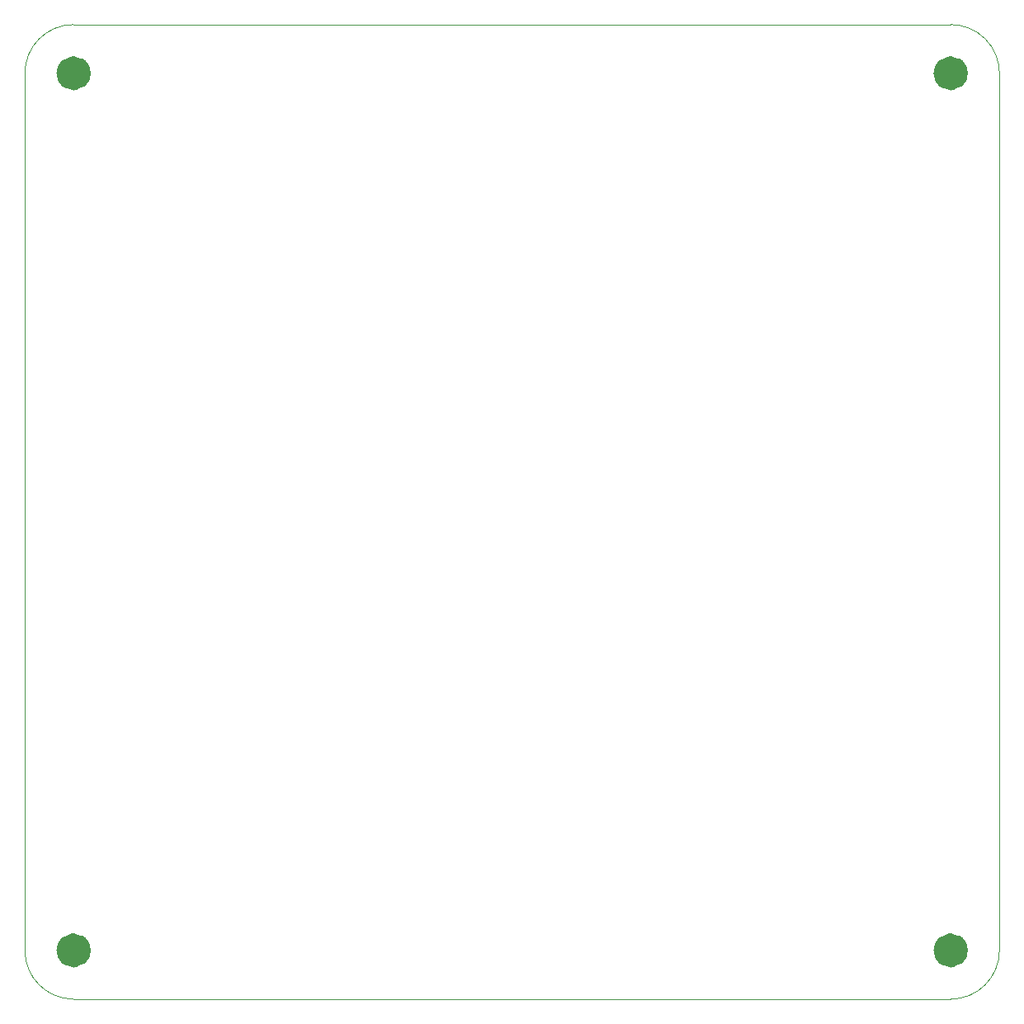
<source format=gbr>
%TF.GenerationSoftware,KiCad,Pcbnew,6.0.6-3a73a75311~116~ubuntu20.04.1*%
%TF.CreationDate,2022-06-29T13:13:07-05:00*%
%TF.ProjectId,XL_Proto_Breadboard_v001,584c5f50-726f-4746-9f5f-427265616462,rev?*%
%TF.SameCoordinates,Original*%
%TF.FileFunction,Profile,NP*%
%FSLAX46Y46*%
G04 Gerber Fmt 4.6, Leading zero omitted, Abs format (unit mm)*
G04 Created by KiCad (PCBNEW 6.0.6-3a73a75311~116~ubuntu20.04.1) date 2022-06-29 13:13:07*
%MOMM*%
%LPD*%
G01*
G04 APERTURE LIST*
%TA.AperFunction,Profile*%
%ADD10C,0.100000*%
%TD*%
%TA.AperFunction,Profile*%
%ADD11C,1.750000*%
%TD*%
G04 APERTURE END LIST*
D10*
X195000000Y-145000000D02*
X105000000Y-145000000D01*
X105000000Y-45000000D02*
G75*
G03*
X100000000Y-50000000I0J-5000000D01*
G01*
X200000000Y-50000000D02*
G75*
G03*
X195000000Y-45000000I-5000000J0D01*
G01*
D11*
X105875000Y-50000000D02*
G75*
G03*
X105875000Y-50000000I-875000J0D01*
G01*
X105875000Y-140000000D02*
G75*
G03*
X105875000Y-140000000I-875000J0D01*
G01*
D10*
X195000000Y-145000000D02*
G75*
G03*
X200000000Y-140000000I0J5000000D01*
G01*
D11*
X195875000Y-50000000D02*
G75*
G03*
X195875000Y-50000000I-875000J0D01*
G01*
D10*
X100000000Y-140000000D02*
G75*
G03*
X105000000Y-145000000I5000000J0D01*
G01*
X200000000Y-50000000D02*
X200000000Y-140000000D01*
X105000000Y-45000000D02*
X195000000Y-45000000D01*
X100000000Y-140000000D02*
X100000000Y-50000000D01*
D11*
X195875000Y-140000000D02*
G75*
G03*
X195875000Y-140000000I-875000J0D01*
G01*
M02*

</source>
